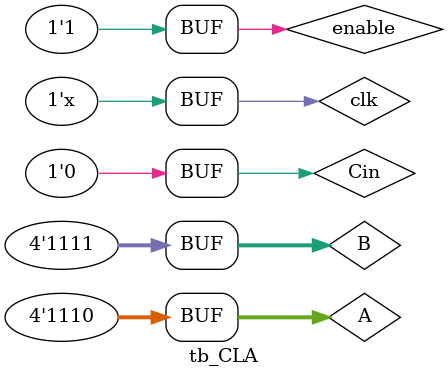
<source format=v>
`timescale 1ns / 1ps

module tb_CLA;

reg clk;
reg enable;
reg [3:0] A;
reg [3:0] B;
reg Cin;
wire [4:0] Q;

CLA_4bits ul (
.clk(clk),
.enable(enable),
.A(A),
.B(B),
.Cin(Cin),
.Q(Q)
);

initial begin

clk = 0;

enable = 0;
A = 4'b0000;
B = 4'b0101;
Cin = 1'b0;
enable = 1;
#10

enable = 0;
A = 4'b0101;
B = 4'b0111;
Cin = 1'b0;
enable = 1;
#10

enable = 0;
A = 4'b1000;
B = 4'b0111;
Cin = 1'b1;
enable = 1;
#10

enable = 0;
A = 4'b1001;
B = 4'b0100;
Cin = 1'b0;
enable = 1;
#10

enable = 0;
A = 4'b1000;
B = 4'b1000;
Cin = 1'b1;
enable = 1;
#10

enable = 0;
A = 4'b1101;
B = 4'b1010;
Cin = 1'b1;
enable = 1;
#10

enable = 0;
A = 4'b1110;
B = 4'b1111;
Cin = 1'b0;
enable = 1;

end

always
#5 clk = ~clk;

endmodule
</source>
